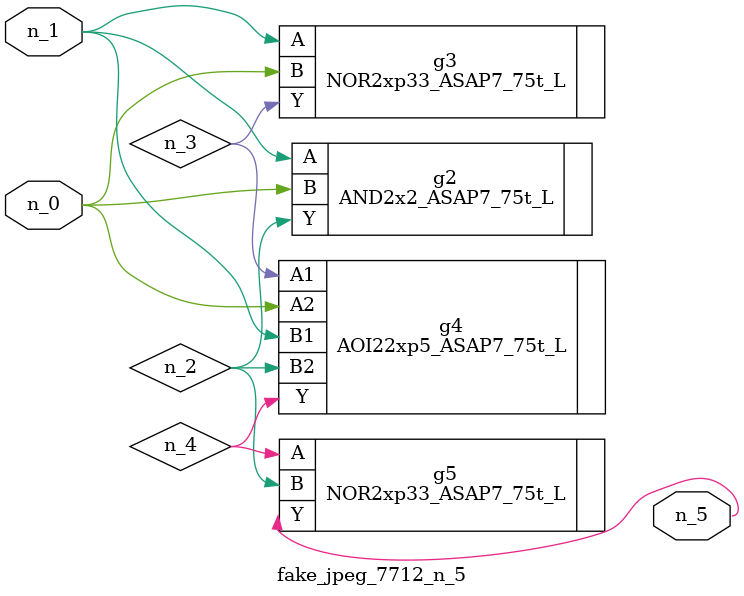
<source format=v>
module fake_jpeg_7712_n_5 (n_0, n_1, n_5);

input n_0;
input n_1;

output n_5;

wire n_2;
wire n_3;
wire n_4;

AND2x2_ASAP7_75t_L g2 ( 
.A(n_1),
.B(n_0),
.Y(n_2)
);

NOR2xp33_ASAP7_75t_L g3 ( 
.A(n_1),
.B(n_0),
.Y(n_3)
);

AOI22xp5_ASAP7_75t_L g4 ( 
.A1(n_3),
.A2(n_0),
.B1(n_1),
.B2(n_2),
.Y(n_4)
);

NOR2xp33_ASAP7_75t_L g5 ( 
.A(n_4),
.B(n_2),
.Y(n_5)
);


endmodule
</source>
